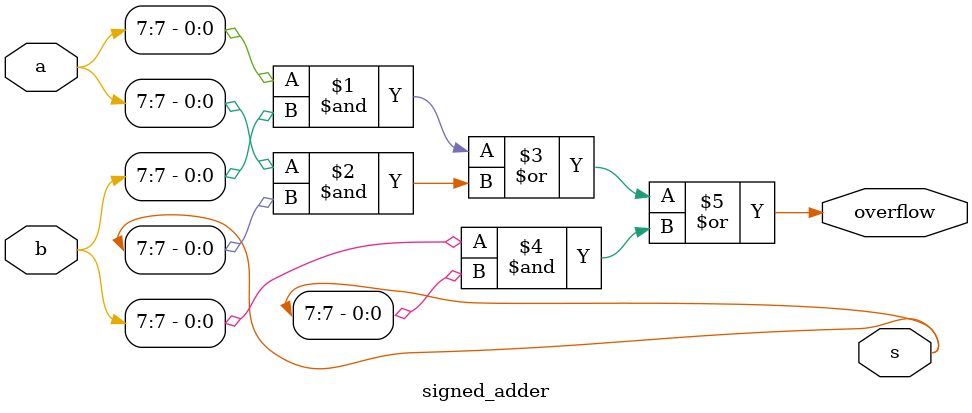
<source format=v>

module signed_adder(input [7:0] a,
    input [7:0] b,
    output [7:0] s,
    output overflow
); 

// The numbers a and b are added to the output s. 
// assign the occurence of the signed overflow of a and b to the output overflow.
// a signed overflow occurs if the most significant bits of a and b are low and the most significant bit of s is high
// a signed overflow may also occur if the most significant bits of a and b are high and the most significant bit of s is low


assign overflow = (a[7] & b[7]) | (a[7] & s[7]) | (b[7] & s[7]);

// write your code here

endmodule

</source>
